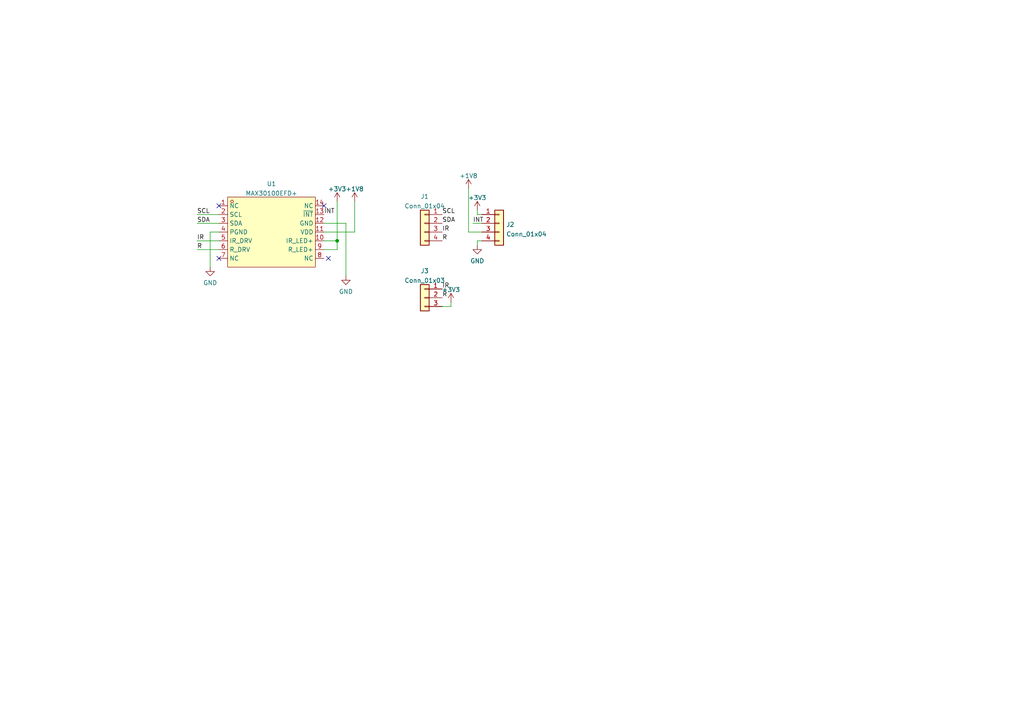
<source format=kicad_sch>
(kicad_sch (version 20211123) (generator eeschema)
  (paper "A4")
  (lib_symbols
    (symbol "Connector_Generic:Conn_01x03" (pin_names (offset 1.016) hide)
      (property "Reference" "J" (at 0 5.08 0))
      (property "Value" "Conn_01x03" (at 0 -5.08 0))
      (symbol "Conn_01x03_1_1"
        (rectangle (start -1.27 -2.413) (end 0 -2.667) (stroke (width 0.1524)))
        (rectangle (start -1.27 0.127) (end 0 -0.127) (stroke (width 0.1524)))
        (rectangle (start -1.27 2.667) (end 0 2.413) (stroke (width 0.1524)))
        (rectangle (start -1.27 3.81) (end 1.27 -3.81) (stroke (width 0.254)) (fill (type background)))
        (pin passive line (at -5.08 2.54 0) (length 3.81) (name "Pin_1") (number "1"))
        (pin passive line (at -5.08 0 0) (length 3.81) (name "Pin_2") (number "2"))
        (pin passive line (at -5.08 -2.54 0) (length 3.81) (name "Pin_3") (number "3"))
      )
    )
    (symbol "Connector_Generic:Conn_01x04" (pin_names (offset 1.016) hide)
      (property "Reference" "J" (at 0 5.08 0))
      (property "Value" "Conn_01x04" (at 0 -7.62 0))
      (symbol "Conn_01x04_1_1"
        (rectangle (start -1.27 -4.953) (end 0 -5.207) (stroke (width 0.1524)))
        (rectangle (start -1.27 -2.413) (end 0 -2.667) (stroke (width 0.1524)))
        (rectangle (start -1.27 0.127) (end 0 -0.127) (stroke (width 0.1524)))
        (rectangle (start -1.27 2.667) (end 0 2.413) (stroke (width 0.1524)))
        (rectangle (start -1.27 3.81) (end 1.27 -6.35) (stroke (width 0.254)) (fill (type background)))
        (pin passive line (at -5.08 2.54 0) (length 3.81) (name "Pin_1") (number "1"))
        (pin passive line (at -5.08 0 0) (length 3.81) (name "Pin_2") (number "2"))
        (pin passive line (at -5.08 -2.54 0) (length 3.81) (name "Pin_3") (number "3"))
        (pin passive line (at -5.08 -5.08 0) (length 3.81) (name "Pin_4") (number "4"))
      )
    )
    (symbol "libLCSC:MAX30100EFD+"
      (property "Reference" "U" (at 0 12.7 0))
      (property "Value" "MAX30100EFD+" (at 0 -12.7 0))
      (symbol "MAX30100EFD+_0_1"
        (rectangle (start -12.7 10.16) (end 12.7 -10.16) (fill (type background)))
        (circle (center -11.43 8.89) (radius 0.38))
        (pin unspecified line (at -15.24 7.62 0) (length 2.54) (name "NC") (number "1"))
        (pin unspecified line (at 15.24 -2.54 180) (length 2.54) (name "IR_LED+") (number "10"))
        (pin unspecified line (at 15.24 0 180) (length 2.54) (name "VDD") (number "11"))
        (pin unspecified line (at 15.24 2.54 180) (length 2.54) (name "GND") (number "12"))
        (pin unspecified line (at 15.24 5.08 180) (length 2.54) (name "~{INT}") (number "13"))
        (pin unspecified line (at 15.24 7.62 180) (length 2.54) (name "NC") (number "14"))
        (pin unspecified line (at -15.24 5.08 0) (length 2.54) (name "SCL") (number "2"))
        (pin unspecified line (at -15.24 2.54 0) (length 2.54) (name "SDA") (number "3"))
        (pin unspecified line (at -15.24 0 0) (length 2.54) (name "PGND") (number "4"))
        (pin unspecified line (at -15.24 -2.54 0) (length 2.54) (name "IR_DRV") (number "5"))
        (pin unspecified line (at -15.24 -5.08 0) (length 2.54) (name "R_DRV") (number "6"))
        (pin unspecified line (at -15.24 -7.62 0) (length 2.54) (name "NC") (number "7"))
        (pin unspecified line (at 15.24 -7.62 180) (length 2.54) (name "NC") (number "8"))
        (pin unspecified line (at 15.24 -5.08 180) (length 2.54) (name "R_LED+") (number "9"))
      )
    )
    (symbol "power:+1V8" (power) (pin_names (offset 0))
      (property "Value" "+1V8" (at 0 3.556 0))
      (symbol "+1V8_0_1"
        (polyline (pts (xy -0.762 1.27) (xy 0 2.54)))
        (polyline (pts (xy 0 0) (xy 0 2.54)))
        (polyline (pts (xy 0 2.54) (xy 0.762 1.27)))
      )
      (symbol "+1V8_1_1"
        (pin power_in line (at 0 0 90) (length 0) hide (name "+1V8") (number "1"))
      )
    )
    (symbol "power:+3V3" (power) (pin_names (offset 0))
      (property "Value" "+3V3" (at 0 3.556 0))
      (symbol "+3V3_0_1"
        (polyline (pts (xy -0.762 1.27) (xy 0 2.54)))
        (polyline (pts (xy 0 0) (xy 0 2.54)))
        (polyline (pts (xy 0 2.54) (xy 0.762 1.27)))
      )
      (symbol "+3V3_1_1"
        (pin power_in line (at 0 0 90) (length 0) hide (name "+3V3") (number "1"))
      )
    )
    (symbol "power:GND" (power) (pin_names (offset 0))
      (property "Value" "GND" (at 0 -3.81 0))
      (symbol "GND_0_1"
        (polyline (pts (xy 0 0) (xy 0 -1.27) (xy 1.27 -1.27) (xy 0 -2.54) (xy -1.27 -1.27) (xy 0 -1.27)))
      )
      (symbol "GND_1_1"
        (pin power_in line (at 0 0 270) (length 0) hide (name "GND") (number "1"))
      )
    )
  )
  (junction (at 97.79 69.85))
  (no_connect (at 93.98 59.69))
  (no_connect (at 63.5 74.93))
  (no_connect (at 95.25 74.93))
  (no_connect (at 63.5 59.69))
  (wire (pts (xy 139.7 62.23) (xy 138.43 62.23)))
  (wire (pts (xy 137.16 64.77) (xy 139.7 64.77)))
  (wire (pts (xy 93.98 72.39) (xy 97.79 72.39)))
  (wire (pts (xy 57.15 72.39) (xy 63.5 72.39)))
  (wire (pts (xy 138.43 62.23) (xy 138.43 60.96)))
  (wire (pts (xy 57.15 64.77) (xy 63.5 64.77)))
  (wire (pts (xy 97.79 69.85) (xy 97.79 58.42)))
  (wire (pts (xy 135.89 67.31) (xy 135.89 54.61)))
  (wire (pts (xy 97.79 72.39) (xy 97.79 69.85)))
  (wire (pts (xy 138.43 69.85) (xy 138.43 71.12)))
  (wire (pts (xy 102.87 67.31) (xy 102.87 58.42)))
  (wire (pts (xy 57.15 69.85) (xy 63.5 69.85)))
  (wire (pts (xy 93.98 67.31) (xy 102.87 67.31)))
  (wire (pts (xy 128.27 88.9) (xy 130.81 88.9)))
  (wire (pts (xy 60.96 67.31) (xy 60.96 77.47)))
  (wire (pts (xy 93.98 64.77) (xy 100.33 64.77)))
  (wire (pts (xy 139.7 69.85) (xy 138.43 69.85)))
  (wire (pts (xy 139.7 67.31) (xy 135.89 67.31)))
  (wire (pts (xy 63.5 67.31) (xy 60.96 67.31)))
  (wire (pts (xy 93.98 69.85) (xy 97.79 69.85)))
  (wire (pts (xy 57.15 62.23) (xy 63.5 62.23)))
  (wire (pts (xy 130.81 88.9) (xy 130.81 87.63)))
  (wire (pts (xy 100.33 64.77) (xy 100.33 80.01)))
  (label "SCL" (at 128.27 62.23 0))
  (label "INT" (at 137.16 64.77 0))
  (label "R" (at 57.15 72.39 0))
  (label "IR" (at 128.27 67.31 0))
  (label "IR" (at 57.15 69.85 0))
  (label "R" (at 128.27 86.36 0))
  (label "SDA" (at 128.27 64.77 0))
  (label "SDA" (at 57.15 64.77 0))
  (label "IR" (at 128.27 83.82 0))
  (label "R" (at 128.27 69.85 0))
  (label "INT" (at 93.98 62.23 0))
  (label "SCL" (at 57.15 62.23 0))
  (symbol (lib_id "power:GND") (at 138.43 71.12 0) (unit 1)
    (property "Reference" "#PWR05" (effects hide))
    (property "Value" "GND" (at 138.43 75.6825 0))
  )
  (symbol (lib_id "power:+3V3") (at 130.81 87.63 0) (unit 1)
    (property "Reference" "#PWR08" (effects hide))
    (property "Value" "+3V3" (at 130.81 84.0255 0))
  )
  (symbol (lib_id "power:+3V3") (at 97.79 58.42 0) (unit 1)
    (property "Reference" "#PWR02" (effects hide))
    (property "Value" "+3V3" (at 97.79 54.8155 0))
  )
  (symbol (lib_id "power:GND") (at 60.96 77.47 0) (unit 1)
    (property "Reference" "#PWR06" (effects hide))
    (property "Value" "GND" (at 60.96 82.0325 0))
  )
  (symbol (lib_id "Connector_Generic:Conn_01x04") (at 123.19 64.77 0) (mirror y) (unit 1)
    (property "Reference" "J1" (at 123.19 56.9935 0))
    (property "Value" "Conn_01x04" (at 123.19 59.7686 0))
    (property "Footprint" "Connector_PinHeader_2.54mm:PinHeader_1x04_P2.54mm_Vertical" (effects hide))
  )
  (symbol (lib_id "power:GND") (at 100.33 80.01 0) (unit 1)
    (property "Reference" "#PWR07" (effects hide))
    (property "Value" "GND" (at 100.33 84.5725 0))
  )
  (symbol (lib_id "Connector_Generic:Conn_01x03") (at 123.19 86.36 0) (mirror y) (unit 1)
    (property "Reference" "J3" (at 123.19 78.5835 0))
    (property "Value" "Conn_01x03" (at 123.19 81.3586 0))
    (property "Footprint" "Connector_PinSocket_2.00mm:PinSocket_1x03_P2.00mm_Vertical" (effects hide))
  )
  (symbol (lib_id "power:+1V8") (at 135.89 54.61 0) (unit 1)
    (property "Reference" "#PWR01" (effects hide))
    (property "Value" "+1V8" (at 135.89 51.0055 0))
  )
  (symbol (lib_id "Connector_Generic:Conn_01x04") (at 144.78 64.77 0) (unit 1)
    (property "Reference" "J2" (at 146.812 65.1315 0) (effects (justify left)))
    (property "Value" "Conn_01x04" (at 146.812 67.9066 0) (effects (justify left)))
    (property "Footprint" "Connector_PinHeader_2.54mm:PinHeader_1x04_P2.54mm_Vertical" (effects hide))
  )
  (symbol (lib_id "power:+1V8") (at 102.87 58.42 0) (unit 1)
    (property "Reference" "#PWR03" (effects hide))
    (property "Value" "+1V8" (at 102.87 54.8155 0))
  )
  (symbol (lib_id "libLCSC:MAX30100EFD+") (at 78.74 67.31 0) (unit 1)
    (property "Reference" "U1" (at 78.74 53.3105 0))
    (property "Value" "MAX30100EFD+" (at 78.74 56.0856 0))
    (property "Footprint" "libLCSC:SENSOR-SMD_MAX30100EFD" (effects hide))
    (property "Datasheet" "https://lcsc.com/product-detail/Sensors_MAXIM_MAX30100EFD_MAX30100EFD_C92512.html" (effects hide))
    (property "LCSC Part" "C92512" (effects hide))
  )
  (symbol (lib_id "power:+3V3") (at 138.43 60.96 0) (unit 1)
    (property "Reference" "#PWR04" (effects hide))
    (property "Value" "+3V3" (at 138.43 57.3555 0))
  )
)
</source>
